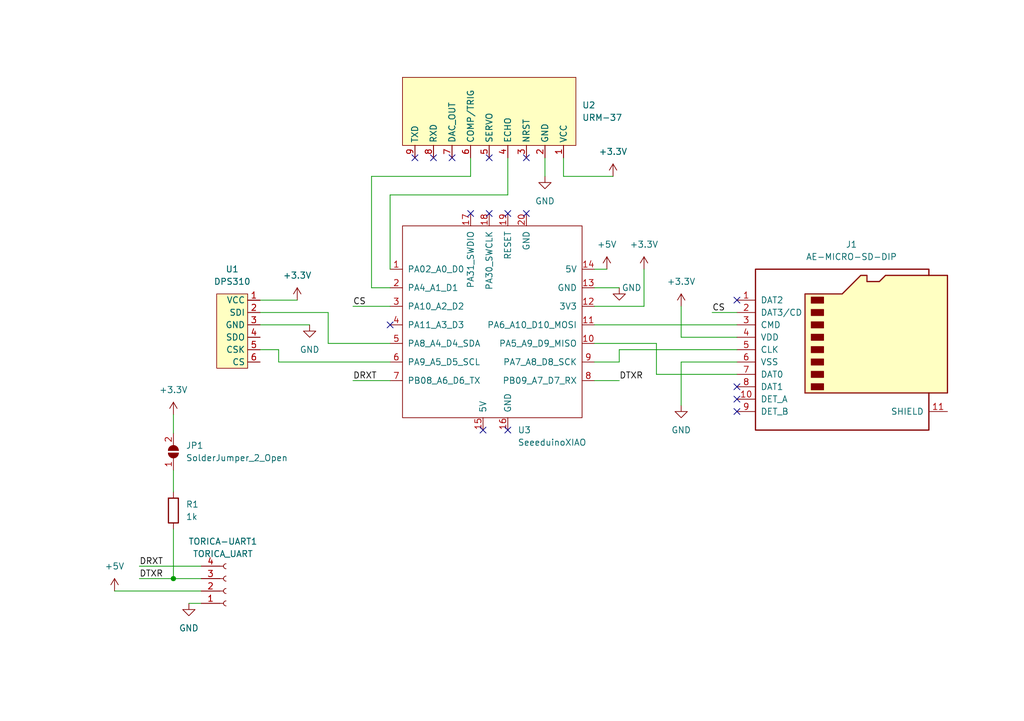
<source format=kicad_sch>
(kicad_sch (version 20230121) (generator eeschema)
  (paper "A5")
  (title_block (title "Underside") (date "2023-12-14") (rev "1") (company "TORICA-24th") (comment 1 "機体下電装部"))
  (lib_symbols
    (symbol "Connector:Conn_01x04_Female" (pin_names (offset 1.016) hide)
      (property "Reference" "J" (at 0 5.08 0))
      (property "Value" "Conn_01x04_Female" (at 0 -7.62 0))
      (symbol "Conn_01x04_Female_1_1"
        (arc (start 0 -4.572) (mid -0.5058 -5.08) (end 0 -5.588) (stroke (width 0.1524)))
        (arc (start 0 -2.032) (mid -0.5058 -2.54) (end 0 -3.048) (stroke (width 0.1524)))
        (polyline (pts (xy -1.27 -5.08) (xy -0.508 -5.08)) (stroke (width 0.1524)))
        (polyline (pts (xy -1.27 -2.54) (xy -0.508 -2.54)) (stroke (width 0.1524)))
        (polyline (pts (xy -1.27 0) (xy -0.508 0)) (stroke (width 0.1524)))
        (polyline (pts (xy -1.27 2.54) (xy -0.508 2.54)) (stroke (width 0.1524)))
        (arc (start 0 0.508) (mid -0.5058 0) (end 0 -0.508) (stroke (width 0.1524)))
        (arc (start 0 3.048) (mid -0.5058 2.54) (end 0 2.032) (stroke (width 0.1524)))
        (pin passive line (at -5.08 2.54 0) (length 3.81) (name "Pin_1") (number "1"))
        (pin passive line (at -5.08 0 0) (length 3.81) (name "Pin_2") (number "2"))
        (pin passive line (at -5.08 -2.54 0) (length 3.81) (name "Pin_3") (number "3"))
        (pin passive line (at -5.08 -5.08 0) (length 3.81) (name "Pin_4") (number "4"))
      )
    )
    (symbol "Connector:Micro_SD_Card_Det_Hirose_DM3AT" (pin_names (offset 1.016))
      (property "Reference" "J" (at -16.51 17.78 0))
      (property "Value" "Micro_SD_Card_Det_Hirose_DM3AT" (at 16.51 17.78 0))
      (symbol "Micro_SD_Card_Det_Hirose_DM3AT_0_1"
        (rectangle (start -7.62 -6.985) (end -5.08 -8.255) (fill (type outline)))
        (rectangle (start -7.62 -4.445) (end -5.08 -5.715) (fill (type outline)))
        (rectangle (start -7.62 -1.905) (end -5.08 -3.175) (fill (type outline)))
        (rectangle (start -7.62 0.635) (end -5.08 -0.635) (fill (type outline)))
        (rectangle (start -7.62 3.175) (end -5.08 1.905) (fill (type outline)))
        (rectangle (start -7.62 5.715) (end -5.08 4.445) (fill (type outline)))
        (rectangle (start -7.62 8.255) (end -5.08 6.985) (fill (type outline)))
        (rectangle (start -7.62 10.795) (end -5.08 9.525) (fill (type outline)))
        (polyline (pts (xy 16.51 15.24) (xy 16.51 16.51) (xy -19.05 16.51) (xy -19.05 -16.51) (xy 16.51 -16.51) (xy 16.51 -8.89)) (stroke (width 0.254)))
        (polyline (pts (xy -8.89 -8.89) (xy -8.89 11.43) (xy -1.27 11.43) (xy 2.54 15.24) (xy 3.81 15.24) (xy 3.81 13.97) (xy 6.35 13.97) (xy 7.62 15.24) (xy 20.32 15.24) (xy 20.32 -8.89) (xy -8.89 -8.89)) (stroke (width 0.254)) (fill (type background)))
      )
      (symbol "Micro_SD_Card_Det_Hirose_DM3AT_1_1"
        (pin bidirectional line (at -22.86 10.16 0) (length 3.81) (name "DAT2") (number "1"))
        (pin passive line (at -22.86 -10.16 0) (length 3.81) (name "DET_A") (number "10"))
        (pin passive line (at 20.32 -12.7 180) (length 3.81) (name "SHIELD") (number "11"))
        (pin bidirectional line (at -22.86 7.62 0) (length 3.81) (name "DAT3/CD") (number "2"))
        (pin input line (at -22.86 5.08 0) (length 3.81) (name "CMD") (number "3"))
        (pin power_in line (at -22.86 2.54 0) (length 3.81) (name "VDD") (number "4"))
        (pin input line (at -22.86 0 0) (length 3.81) (name "CLK") (number "5"))
        (pin power_in line (at -22.86 -2.54 0) (length 3.81) (name "VSS") (number "6"))
        (pin bidirectional line (at -22.86 -5.08 0) (length 3.81) (name "DAT0") (number "7"))
        (pin bidirectional line (at -22.86 -7.62 0) (length 3.81) (name "DAT1") (number "8"))
        (pin passive line (at -22.86 -12.7 0) (length 3.81) (name "DET_B") (number "9"))
      )
    )
    (symbol "DPS310:DPS310"
      (property "Reference" "U" (at -8.89 7.62 0))
      (property "Value" "DPS310" (at -8.89 10.16 0))
      (symbol "DPS310_0_1"
        (rectangle (start -15.24 6.35) (end -8.89 -8.89) (fill (type background)))
      )
      (symbol "DPS310_1_1"
        (pin bidirectional line (at -6.35 5.08 180) (length 2.54) (name "") (number ""))
        (pin bidirectional line (at -6.35 5.08 180) (length 2.54) (name "VCC") (number "1"))
        (pin bidirectional line (at -6.35 2.54 180) (length 2.54) (name "SDI") (number "2"))
        (pin bidirectional line (at -6.35 0 180) (length 2.54) (name "GND") (number "3"))
        (pin bidirectional line (at -6.35 -2.54 180) (length 2.54) (name "SDO") (number "4"))
        (pin bidirectional line (at -6.35 -5.08 180) (length 2.54) (name "CSK") (number "5"))
        (pin bidirectional line (at -6.35 -7.62 180) (length 2.54) (name "CS") (number "6"))
      )
    )
    (symbol "Device:R" (pin_numbers hide) (pin_names (offset 0))
      (property "Reference" "R" (at 2.032 0 90))
      (property "Value" "R" (at 0 0 90))
      (symbol "R_0_1"
        (rectangle (start -1.016 -2.54) (end 1.016 2.54) (stroke (width 0.254)))
      )
      (symbol "R_1_1"
        (pin passive line (at 0 3.81 270) (length 1.27) (name "~") (number "1"))
        (pin passive line (at 0 -3.81 90) (length 1.27) (name "~") (number "2"))
      )
    )
    (symbol "Jumper:SolderJumper_2_Open" (pin_names (offset 0) hide)
      (property "Reference" "JP" (at 0 2.032 0))
      (property "Value" "SolderJumper_2_Open" (at 0 -2.54 0))
      (symbol "SolderJumper_2_Open_0_1"
        (arc (start -0.254 1.016) (mid -1.2656 0) (end -0.254 -1.016))
        (arc (start -0.254 1.016) (mid -1.2656 0) (end -0.254 -1.016) (fill (type outline)))
        (polyline (pts (xy -0.254 1.016) (xy -0.254 -1.016)))
        (polyline (pts (xy 0.254 1.016) (xy 0.254 -1.016)))
        (arc (start 0.254 -1.016) (mid 1.2656 0) (end 0.254 1.016))
        (arc (start 0.254 -1.016) (mid 1.2656 0) (end 0.254 1.016) (fill (type outline)))
      )
      (symbol "SolderJumper_2_Open_1_1"
        (pin passive line (at -3.81 0 0) (length 2.54) (name "A") (number "1"))
        (pin passive line (at 3.81 0 180) (length 2.54) (name "B") (number "2"))
      )
    )
    (symbol "Seeeduino XIAO:SeeeduinoXIAO" (pin_names (offset 1.016))
      (property "Reference" "U" (at -19.05 22.86 0))
      (property "Value" "SeeeduinoXIAO" (at -12.7 21.59 0))
      (symbol "SeeeduinoXIAO_0_1"
        (rectangle (start -19.05 20.32) (end 17.78 -19.05))
      )
      (symbol "SeeeduinoXIAO_1_1"
        (pin unspecified line (at -21.59 11.43 0) (length 2.54) (name "PA02_A0_D0") (number "1"))
        (pin unspecified line (at 20.32 -3.81 180) (length 2.54) (name "PA5_A9_D9_MISO") (number "10"))
        (pin unspecified line (at 20.32 0 180) (length 2.54) (name "PA6_A10_D10_MOSI") (number "11"))
        (pin unspecified line (at 20.32 3.81 180) (length 2.54) (name "3V3") (number "12"))
        (pin unspecified line (at 20.32 7.62 180) (length 2.54) (name "GND") (number "13"))
        (pin unspecified line (at 20.32 11.43 180) (length 2.54) (name "5V") (number "14"))
        (pin input line (at -2.54 -21.59 90) (length 2.54) (name "5V") (number "15"))
        (pin input line (at 2.54 -21.59 90) (length 2.54) (name "GND") (number "16"))
        (pin input line (at -5.08 22.86 270) (length 2.54) (name "PA31_SWDIO") (number "17"))
        (pin input line (at -1.27 22.86 270) (length 2.54) (name "PA30_SWCLK") (number "18"))
        (pin input line (at 2.54 22.86 270) (length 2.54) (name "RESET") (number "19"))
        (pin unspecified line (at -21.59 7.62 0) (length 2.54) (name "PA4_A1_D1") (number "2"))
        (pin input line (at 6.35 22.86 270) (length 2.54) (name "GND") (number "20"))
        (pin unspecified line (at -21.59 3.81 0) (length 2.54) (name "PA10_A2_D2") (number "3"))
        (pin unspecified line (at -21.59 0 0) (length 2.54) (name "PA11_A3_D3") (number "4"))
        (pin unspecified line (at -21.59 -3.81 0) (length 2.54) (name "PA8_A4_D4_SDA") (number "5"))
        (pin unspecified line (at -21.59 -7.62 0) (length 2.54) (name "PA9_A5_D5_SCL") (number "6"))
        (pin unspecified line (at -21.59 -11.43 0) (length 2.54) (name "PB08_A6_D6_TX") (number "7"))
        (pin unspecified line (at 20.32 -11.43 180) (length 2.54) (name "PB09_A7_D7_RX") (number "8"))
        (pin unspecified line (at 20.32 -7.62 180) (length 2.54) (name "PA7_A8_D8_SCK") (number "9"))
      )
    )
    (symbol "URM37:URM-37"
      (property "Reference" "U" (at 7.62 0 0))
      (property "Value" "URM-37" (at 7.62 2.54 0))
      (symbol "URM-37_0_1"
        (rectangle (start 15.24 -36.83) (end 1.27 -1.27) (fill (type background)))
      )
      (symbol "URM-37_1_1"
        (pin bidirectional line (at -1.27 -34.29 0) (length 2.54) (name "VCC") (number "1"))
        (pin bidirectional line (at -1.27 -30.48 0) (length 2.54) (name "GND") (number "2"))
        (pin bidirectional line (at -1.27 -26.67 0) (length 2.54) (name "NRST") (number "3"))
        (pin bidirectional line (at -1.27 -22.86 0) (length 2.54) (name "ECHO") (number "4"))
        (pin bidirectional line (at -1.27 -19.05 0) (length 2.54) (name "SERVO") (number "5"))
        (pin bidirectional line (at -1.27 -15.24 0) (length 2.54) (name "COMP/TRIG") (number "6"))
        (pin bidirectional line (at -1.27 -11.43 0) (length 2.54) (name "DAC_OUT") (number "7"))
        (pin bidirectional line (at -1.27 -7.62 0) (length 2.54) (name "RXD") (number "8"))
        (pin bidirectional line (at -1.27 -3.81 0) (length 2.54) (name "TXD") (number "9"))
      )
    )
    (symbol "power:+3.3V" (power) (pin_names (offset 0))
      (property "Value" "+3.3V" (at 0 3.556 0))
      (symbol "+3.3V_0_1"
        (polyline (pts (xy -0.762 1.27) (xy 0 2.54)))
        (polyline (pts (xy 0 0) (xy 0 2.54)))
        (polyline (pts (xy 0 2.54) (xy 0.762 1.27)))
      )
      (symbol "+3.3V_1_1"
        (pin power_in line (at 0 0 90) (length 0) hide (name "+3.3V") (number "1"))
      )
    )
    (symbol "power:+5V" (power) (pin_names (offset 0))
      (property "Value" "+5V" (at 0 3.556 0))
      (symbol "+5V_0_1"
        (polyline (pts (xy -0.762 1.27) (xy 0 2.54)))
        (polyline (pts (xy 0 0) (xy 0 2.54)))
        (polyline (pts (xy 0 2.54) (xy 0.762 1.27)))
      )
      (symbol "+5V_1_1"
        (pin power_in line (at 0 0 90) (length 0) hide (name "+5V") (number "1"))
      )
    )
    (symbol "power:GND" (power) (pin_names (offset 0))
      (property "Value" "GND" (at 0 -3.81 0))
      (symbol "GND_0_1"
        (polyline (pts (xy 0 0) (xy 0 -1.27) (xy 1.27 -1.27) (xy 0 -2.54) (xy -1.27 -1.27) (xy 0 -1.27)))
      )
      (symbol "GND_1_1"
        (pin power_in line (at 0 0 270) (length 0) hide (name "GND") (number "1"))
      )
    )
  )
  (junction (at 35.56 118.745))
  (no_connect (at 151.13 79.375))
  (no_connect (at 151.13 81.915))
  (no_connect (at 104.14 43.815))
  (no_connect (at 99.06 88.265))
  (no_connect (at 92.71 32.385))
  (no_connect (at 96.52 43.815))
  (no_connect (at 151.13 61.595))
  (no_connect (at 100.33 32.385))
  (no_connect (at 88.9 32.385))
  (no_connect (at 100.33 43.815))
  (no_connect (at 104.14 88.265))
  (no_connect (at 107.95 32.385))
  (no_connect (at 80.01 66.675))
  (no_connect (at 107.95 43.815))
  (no_connect (at 151.13 84.455))
  (no_connect (at 85.09 32.385))
  (wire (pts (xy 80.01 40.005) (xy 104.14 40.005)))
  (wire (pts (xy 67.31 64.135) (xy 67.31 70.485)))
  (wire (pts (xy 125.73 36.195) (xy 115.57 36.195)))
  (wire (pts (xy 57.15 74.295) (xy 80.01 74.295)))
  (wire (pts (xy 127 78.105) (xy 121.92 78.105)))
  (wire (pts (xy 127 59.055) (xy 121.92 59.055)))
  (wire (pts (xy 72.39 78.105) (xy 80.01 78.105)))
  (wire (pts (xy 23.495 121.285) (xy 41.275 121.285)))
  (wire (pts (xy 121.92 66.675) (xy 151.13 66.675)))
  (wire (pts (xy 146.05 64.135) (xy 151.13 64.135)))
  (wire (pts (xy 57.15 71.755) (xy 57.15 74.295)))
  (wire (pts (xy 80.01 40.005) (xy 80.01 55.245)))
  (wire (pts (xy 35.56 118.745) (xy 41.275 118.745)))
  (wire (pts (xy 35.56 85.09) (xy 35.56 88.9)))
  (wire (pts (xy 76.2 36.195) (xy 76.2 59.055)))
  (wire (pts (xy 96.52 32.385) (xy 96.52 36.195)))
  (wire (pts (xy 35.56 108.585) (xy 35.56 118.745)))
  (wire (pts (xy 67.31 70.485) (xy 80.01 70.485)))
  (wire (pts (xy 121.92 70.485) (xy 134.62 70.485)))
  (wire (pts (xy 134.62 76.835) (xy 151.13 76.835)))
  (wire (pts (xy 139.7 74.295) (xy 151.13 74.295)))
  (wire (pts (xy 63.5 66.675) (xy 53.34 66.675)))
  (wire (pts (xy 60.96 61.595) (xy 53.34 61.595)))
  (wire (pts (xy 132.08 62.865) (xy 132.08 55.245)))
  (wire (pts (xy 121.92 62.865) (xy 132.08 62.865)))
  (wire (pts (xy 35.56 96.52) (xy 35.56 100.965)))
  (wire (pts (xy 111.76 36.195) (xy 111.76 32.385)))
  (wire (pts (xy 28.575 116.205) (xy 41.275 116.205)))
  (wire (pts (xy 121.92 74.295) (xy 127 74.295)))
  (wire (pts (xy 28.575 118.745) (xy 35.56 118.745)))
  (wire (pts (xy 134.62 70.485) (xy 134.62 76.835)))
  (wire (pts (xy 139.7 83.185) (xy 139.7 74.295)))
  (wire (pts (xy 38.735 123.825) (xy 41.275 123.825)))
  (wire (pts (xy 127 71.755) (xy 151.13 71.755)))
  (wire (pts (xy 127 74.295) (xy 127 71.755)))
  (wire (pts (xy 76.2 36.195) (xy 96.52 36.195)))
  (wire (pts (xy 53.34 71.755) (xy 57.15 71.755)))
  (wire (pts (xy 139.7 69.215) (xy 151.13 69.215)))
  (wire (pts (xy 139.7 62.865) (xy 139.7 69.215)))
  (wire (pts (xy 76.2 59.055) (xy 80.01 59.055)))
  (wire (pts (xy 104.14 32.385) (xy 104.14 40.005)))
  (wire (pts (xy 115.57 36.195) (xy 115.57 32.385)))
  (wire (pts (xy 124.46 55.245) (xy 121.92 55.245)))
  (wire (pts (xy 53.34 64.135) (xy 67.31 64.135)))
  (wire (pts (xy 72.39 62.865) (xy 80.01 62.865)))
  (label "DRXT" (at 72.39 78.105 0))
  (label "CS" (at 146.05 64.135 0))
  (label "CS" (at 72.39 62.865 0))
  (label "DTXR" (at 28.575 118.745 0))
  (label "DTXR" (at 127 78.105 0))
  (label "DRXT" (at 28.575 116.205 0))
  (symbol (lib_id "power:GND") (at 38.735 123.825 0) (unit 1)
    (property "Reference" "#PWR012" (effects hide))
    (property "Value" "GND" (at 38.735 128.905 0))
  )
  (symbol (lib_id "DPS310:DPS310") (at 59.69 66.675 0) (unit 1)
    (property "Reference" "U1" (at 47.625 55.245 0))
    (property "Value" "DPS310" (at 47.625 57.785 0))
    (property "Footprint" "DPS310:DPS310" (effects hide))
  )
  (symbol (lib_id "power:GND") (at 127 59.055 0) (unit 1)
    (property "Reference" "#PWR08" (effects hide))
    (property "Value" "GND" (at 129.54 59.055 0))
  )
  (symbol (lib_id "power:+5V") (at 23.495 121.285 0) (unit 1)
    (property "Reference" "#PWR01" (effects hide))
    (property "Value" "+5V" (at 23.495 116.205 0))
  )
  (symbol (lib_id "power:+3.3V") (at 139.7 62.865 0) (unit 1)
    (property "Reference" "#PWR010" (effects hide))
    (property "Value" "+3.3V" (at 139.7 57.785 0))
  )
  (symbol (lib_id "URM37:URM-37") (at 81.28 31.115 90) (unit 1)
    (property "Reference" "U2" (at 119.38 21.5899 90) (effects (justify right)))
    (property "Value" "URM-37" (at 119.38 24.1299 90) (effects (justify right)))
    (property "Footprint" "URM37:URM37" (effects hide))
  )
  (symbol (lib_id "power:GND") (at 139.7 83.185 0) (unit 1)
    (property "Reference" "#PWR011" (effects hide))
    (property "Value" "GND" (at 139.7 88.265 0))
  )
  (symbol (lib_id "power:GND") (at 63.5 66.675 0) (unit 1)
    (property "Reference" "#PWR04" (effects hide))
    (property "Value" "GND" (at 63.5 71.755 0))
  )
  (symbol (lib_id "Connector:Micro_SD_Card_Det_Hirose_DM3AT") (at 173.99 71.755 0) (unit 1)
    (property "Reference" "J1" (at 174.625 50.165 0))
    (property "Value" "AE-MICRO-SD-DIP" (at 174.625 52.705 0))
    (property "Footprint" "microSD:microSD_AE-MICRO-SD-DIP" (effects hide))
    (property "Datasheet" "https://www.hirose.com/product/en/download_file/key_name/DM3/category/Catalog/doc_file_id/49662/?file_category_id=4&item_id=195&is_series=1" (effects hide))
  )
  (symbol (lib_id "power:+3.3V") (at 35.56 85.09 0) (unit 1)
    (property "Reference" "#PWR02" (effects hide))
    (property "Value" "+3.3V" (at 35.56 80.01 0))
  )
  (symbol (lib_id "Device:R") (at 35.56 104.775 0) (unit 1)
    (property "Reference" "R1" (at 38.1 103.505 0) (effects (justify left)))
    (property "Value" "1k" (at 38.1 106.045 0) (effects (justify left)))
    (property "Footprint" "Resistor_THT:R_Axial_DIN0204_L3.6mm_D1.6mm_P7.62mm_Horizontal" (effects hide))
  )
  (symbol (lib_id "power:GND") (at 111.76 36.195 0) (unit 1)
    (property "Reference" "#PWR05" (effects hide))
    (property "Value" "GND" (at 111.76 41.275 0))
  )
  (symbol (lib_id "power:+3.3V") (at 132.08 55.245 0) (unit 1)
    (property "Reference" "#PWR09" (effects hide))
    (property "Value" "+3.3V" (at 132.08 50.165 0))
  )
  (symbol (lib_id "Seeeduino XIAO:SeeeduinoXIAO") (at 101.6 66.675 0) (unit 1)
    (property "Reference" "U3" (at 106.1594 88.265 0) (effects (justify left)))
    (property "Value" "SeeeduinoXIAO" (at 106.1594 90.805 0) (effects (justify left)))
    (property "Footprint" "Seeeduino XIAO KICAD:Seeeduino XIAO-MOUDLE14P-2.54-21X17.8MM" (effects hide))
  )
  (symbol (lib_id "Jumper:SolderJumper_2_Open") (at 35.56 92.71 90) (unit 1)
    (property "Reference" "JP1" (at 38.1 91.44 90) (effects (justify right)))
    (property "Value" "SolderJumper_2_Open" (at 38.1 93.98 90) (effects (justify right)))
    (property "Footprint" "Jumper:SolderJumper-2_P1.3mm_Open_RoundedPad1.0x1.5mm" (effects hide))
  )
  (symbol (lib_id "Connector:Conn_01x04_Female") (at 46.355 121.285 0) (mirror x) (unit 1)
    (property "Reference" "TORICA-UART1" (at 45.72 111.125 0))
    (property "Value" "TORICA_UART" (at 45.72 113.665 0))
    (property "Footprint" "Connector_JST:JST_XH_S4B-XH-A_1x04_P2.50mm_Horizontal" (effects hide))
  )
  (symbol (lib_id "power:+3.3V") (at 125.73 36.195 0) (unit 1)
    (property "Reference" "#PWR07" (effects hide))
    (property "Value" "+3.3V" (at 125.73 31.115 0))
  )
  (symbol (lib_id "power:+3.3V") (at 60.96 61.595 0) (unit 1)
    (property "Reference" "#PWR03" (effects hide))
    (property "Value" "+3.3V" (at 60.96 56.515 0))
  )
  (symbol (lib_id "power:+5V") (at 124.46 55.245 0) (unit 1)
    (property "Reference" "#PWR06" (effects hide))
    (property "Value" "+5V" (at 124.46 50.165 0))
  )
)
</source>
